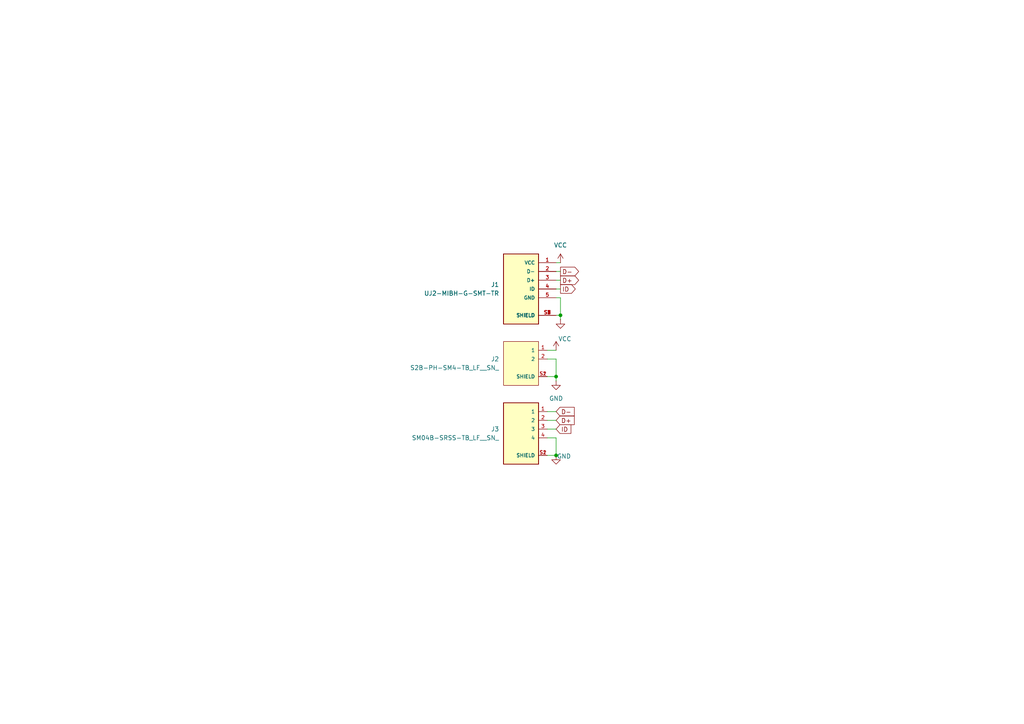
<source format=kicad_sch>
(kicad_sch (version 20231120) (generator "eeschema") (generator_version "8.0")
  (paper "A4")
  (title_block (title "MicroUSB2JST") (date "2025-02-08") (rev "1.0") (company "AvelTek"))
  (lib_symbols
    (symbol "S2B-PH-SM4-TB_LF__SN_:S2B-PH-SM4-TB_LF__SN_" (pin_names (offset 1.016))
      (property "Reference" "J" (at -5.0829 5.5957 0))
      (property "Value" "S2B-PH-SM4-TB_LF__SN_" (at -5.0881 -9.4227 0))
      (symbol "S2B-PH-SM4-TB_LF__SN__0_0"
        (rectangle (start -5.08 -7.62) (end 5.08 5.08) (stroke (width 0.1524)) (fill (type background)))
        (pin passive line (at -7.62 2.54 0) (length 2.54) (name "1") (number "1"))
        (pin passive line (at -7.62 0 0) (length 2.54) (name "2") (number "2"))
        (pin passive line (at -7.62 -5.08 0) (length 2.54) (name "SHIELD") (number "S1"))
        (pin passive line (at -7.62 -5.08 0) (length 2.54) (name "SHIELD") (number "S2"))
      )
    )
    (symbol "SM04B-SRSS-TB_LF__SN_:SM04B-SRSS-TB_LF__SN_" (pin_names (offset 1.016))
      (property "Reference" "J" (at -5.0831 8.1433 0))
      (property "Value" "SM04B-SRSS-TB_LF__SN_" (at -5.0835 -11.9557 0))
      (symbol "SM04B-SRSS-TB_LF__SN__0_0"
        (rectangle (start -5.08 -10.16) (end 5.08 7.62) (stroke (width 0.254)) (fill (type background)))
        (pin passive line (at -7.62 5.08 0) (length 2.54) (name "1") (number "1"))
        (pin passive line (at -7.62 2.54 0) (length 2.54) (name "2") (number "2"))
        (pin passive line (at -7.62 0 0) (length 2.54) (name "3") (number "3"))
        (pin passive line (at -7.62 -2.54 0) (length 2.54) (name "4") (number "4"))
        (pin passive line (at -7.62 -7.62 0) (length 2.54) (name "SHIELD") (number "S1"))
        (pin passive line (at -7.62 -7.62 0) (length 2.54) (name "SHIELD") (number "S2"))
      )
    )
    (symbol "UJ2-MIBH-G-SMT-TR:UJ2-MIBH-G-SMT-TR" (pin_names (offset 1.016))
      (property "Reference" "J" (at -5.08 11.43 0))
      (property "Value" "UJ2-MIBH-G-SMT-TR" (at -5.08 -12.7 0))
      (symbol "UJ2-MIBH-G-SMT-TR_0_0"
        (rectangle (start -5.08 -10.16) (end 5.08 10.16) (stroke (width 0.254)) (fill (type background)))
        (pin power_in line (at -10.16 7.62 0) (length 5.08) (name "VCC") (number "1"))
        (pin bidirectional line (at -10.16 5.08 0) (length 5.08) (name "D-") (number "2"))
        (pin bidirectional line (at -10.16 2.54 0) (length 5.08) (name "D+") (number "3"))
        (pin bidirectional line (at -10.16 0 0) (length 5.08) (name "ID") (number "4"))
        (pin power_in line (at -10.16 -2.54 0) (length 5.08) (name "GND") (number "5"))
        (pin passive line (at -10.16 -7.62 0) (length 5.08) (name "SHIELD") (number "S1"))
        (pin passive line (at -10.16 -7.62 0) (length 5.08) (name "SHIELD") (number "S2"))
        (pin passive line (at -10.16 -7.62 0) (length 5.08) (name "SHIELD") (number "S3"))
        (pin passive line (at -10.16 -7.62 0) (length 5.08) (name "SHIELD") (number "S4"))
      )
    )
    (symbol "power:GND" (power) (pin_numbers hide) (pin_names (offset 0) hide)
      (property "Value" "GND" (at 0 -3.81 0))
      (symbol "GND_0_1"
        (polyline (pts (xy 0 0) (xy 0 -1.27) (xy 1.27 -1.27) (xy 0 -2.54) (xy -1.27 -1.27) (xy 0 -1.27)))
      )
      (symbol "GND_1_1"
        (pin power_in line (at 0 0 270) (length 0) (name "~") (number "1"))
      )
    )
    (symbol "power:VCC" (power) (pin_numbers hide) (pin_names (offset 0) hide)
      (property "Value" "VCC" (at 0 3.556 0))
      (symbol "VCC_0_1"
        (polyline (pts (xy -0.762 1.27) (xy 0 2.54)))
        (polyline (pts (xy 0 0) (xy 0 2.54)))
        (polyline (pts (xy 0 2.54) (xy 0.762 1.27)))
      )
      (symbol "VCC_1_1"
        (pin power_in line (at 0 0 90) (length 0) (name "~") (number "1"))
      )
    )
  )
  (junction (at 162.56 91.44))
  (junction (at 161.29 109.22))
  (junction (at 161.29 132.08))
  (wire (pts (xy 158.75 124.46) (xy 161.29 124.46)))
  (wire (pts (xy 162.56 83.82) (xy 161.29 83.82)))
  (wire (pts (xy 158.75 119.38) (xy 161.29 119.38)))
  (wire (pts (xy 158.75 132.08) (xy 161.29 132.08)))
  (wire (pts (xy 161.29 127) (xy 161.29 132.08)))
  (wire (pts (xy 162.56 92.71) (xy 162.56 91.44)))
  (wire (pts (xy 162.56 81.28) (xy 161.29 81.28)))
  (wire (pts (xy 162.56 86.36) (xy 161.29 86.36)))
  (wire (pts (xy 161.29 91.44) (xy 162.56 91.44)))
  (wire (pts (xy 161.29 109.22) (xy 161.29 110.49)))
  (wire (pts (xy 162.56 76.2) (xy 161.29 76.2)))
  (wire (pts (xy 162.56 78.74) (xy 161.29 78.74)))
  (wire (pts (xy 162.56 91.44) (xy 162.56 86.36)))
  (wire (pts (xy 161.29 104.14) (xy 161.29 109.22)))
  (wire (pts (xy 158.75 127) (xy 161.29 127)))
  (wire (pts (xy 158.75 101.6) (xy 161.29 101.6)))
  (wire (pts (xy 158.75 104.14) (xy 161.29 104.14)))
  (wire (pts (xy 158.75 121.92) (xy 161.29 121.92)))
  (wire (pts (xy 158.75 109.22) (xy 161.29 109.22)))
  (global_label "D+" (shape output) (at 162.56 81.28 0) (property "Intersheetrefs" "${INTERSHEET_REFS}" (effects (hide yes))))
  (global_label "D-" (shape input) (at 161.29 119.38 0) (property "Intersheetrefs" "${INTERSHEET_REFS}" (effects (hide yes))))
  (global_label "D-" (shape output) (at 162.56 78.74 0) (property "Intersheetrefs" "${INTERSHEET_REFS}" (effects (hide yes))))
  (global_label "ID" (shape output) (at 162.56 83.82 0) (property "Intersheetrefs" "${INTERSHEET_REFS}" (effects (hide yes))))
  (global_label "D+" (shape input) (at 161.29 121.92 0) (property "Intersheetrefs" "${INTERSHEET_REFS}" (effects (hide yes))))
  (global_label "ID" (shape input) (at 161.29 124.46 0) (property "Intersheetrefs" "${INTERSHEET_REFS}" (effects (hide yes))))
  (symbol (lib_id "SM04B-SRSS-TB_LF__SN_:SM04B-SRSS-TB_LF__SN_") (at 151.13 124.46 0) (mirror y) (unit 1)
    (property "Reference" "J3" (at 144.78 124.4599 0) (effects (justify left)))
    (property "Value" "SM04B-SRSS-TB_LF__SN_" (at 144.78 126.9999 0) (effects (justify left)))
    (property "Footprint" "footprints:JST_SM04B-SRSS-TB_LF__SN_" (effects (hide yes)))
    (property "MF" "JST Sales" (effects (hide yes)))
    (property "Description_1" "\n                        \n                            Connector Header Surface Mount, Right Angle 4 position 0.039 (1.00mm)\n                        \n" (effects (hide yes)))
    (property "Package" "None" (effects (hide yes)))
    (property "Price" "None" (effects (hide yes)))
    (property "Check_prices" "https://www.snapeda.com/parts/SM04B-SRSS-TB%20(LF)(SN)/JST/view-part/?ref=eda" (effects (hide yes)))
    (property "STANDARD" "Manufacturer recommendations" (effects (hide yes)))
    (property "SnapEDA_Link" "https://www.snapeda.com/parts/SM04B-SRSS-TB%20(LF)(SN)/JST/view-part/?ref=snap" (effects (hide yes)))
    (property "MP" "SM04B-SRSS-TB (LF)(SN)" (effects (hide yes)))
    (property "Availability" "In Stock" (effects (hide yes)))
    (property "MANUFACTURER" "JST" (effects (hide yes)))
  )
  (symbol (lib_id "power:GND") (at 161.29 132.08 0) (unit 1)
    (property "Reference" "#PWR05" (effects (hide yes)))
    (property "Value" "GND" (at 163.576 132.334 0))
    (property "Description" "Power symbol creates a global label with name \"GND\" , ground" (effects (hide yes)))
  )
  (symbol (lib_id "UJ2-MIBH-G-SMT-TR:UJ2-MIBH-G-SMT-TR") (at 151.13 83.82 0) (mirror y) (unit 1)
    (property "Reference" "J1" (at 144.78 82.5499 0) (effects (justify left)))
    (property "Value" "UJ2-MIBH-G-SMT-TR" (at 144.78 85.0899 0) (effects (justify left)))
    (property "Footprint" "footprints:CUI_UJ2-MIBH-G-SMT-TR" (effects (hide yes)))
    (property "MF" "Same Sky" (effects (hide yes)))
    (property "MAXIMUM_PACKAGE_HEIGHT" "2.95 mm" (effects (hide yes)))
    (property "Package" "None" (effects (hide yes)))
    (property "Price" "None" (effects (hide yes)))
    (property "Check_prices" "https://www.snapeda.com/parts/UJ2-MIBH-G-SMT-TR/Same+Sky/view-part/?ref=eda" (effects (hide yes)))
    (property "STANDARD" "Manufacturer Recommendations" (effects (hide yes)))
    (property "PARTREV" "1.0" (effects (hide yes)))
    (property "SnapEDA_Link" "https://www.snapeda.com/parts/UJ2-MIBH-G-SMT-TR/Same+Sky/view-part/?ref=snap" (effects (hide yes)))
    (property "MP" "UJ2-MIBH-G-SMT-TR" (effects (hide yes)))
    (property "Description_1" "\n                        \n                            Micro B, USB 2.0, 480 Mbps, 5 Vdc, 1.8 A, Right Angle, Surface Mount, Black Insulator, USB Receptacle\n                        \n" (effects (hide yes)))
    (property "Availability" "In Stock" (effects (hide yes)))
    (property "MANUFACTURER" "CUI" (effects (hide yes)))
  )
  (symbol (lib_id "power:VCC") (at 162.56 76.2 0) (unit 1)
    (property "Reference" "#PWR01" (effects (hide yes)))
    (property "Value" "VCC" (at 162.56 71.12 0))
    (property "Description" "Power symbol creates a global label with name \"VCC\"" (effects (hide yes)))
  )
  (symbol (lib_id "power:GND") (at 162.56 92.71 0) (unit 1)
    (property "Reference" "#PWR02" (effects (hide yes)))
    (property "Value" "GND" (effects (hide yes)))
    (property "Description" "Power symbol creates a global label with name \"GND\" , ground" (effects (hide yes)))
  )
  (symbol (lib_id "power:VCC") (at 161.29 101.6 0) (unit 1)
    (property "Reference" "#PWR03" (effects (hide yes)))
    (property "Value" "VCC" (at 163.83 98.298 0))
    (property "Description" "Power symbol creates a global label with name \"VCC\"" (effects (hide yes)))
  )
  (symbol (lib_id "S2B-PH-SM4-TB_LF__SN_:S2B-PH-SM4-TB_LF__SN_") (at 151.13 104.14 0) (mirror y) (unit 1)
    (property "Reference" "J2" (at 144.78 104.1399 0) (effects (justify left)))
    (property "Value" "S2B-PH-SM4-TB_LF__SN_" (at 144.78 106.6799 0) (effects (justify left)))
    (property "Footprint" "footprints:JST_S2B-PH-SM4-TB_LF__SN_" (effects (hide yes)))
    (property "MF" "JST Sales" (effects (hide yes)))
    (property "Description_1" "\n                        \n                            Connector Header Surface Mount, Right Angle 2 position 0.079 (2.00mm)\n                        \n" (effects (hide yes)))
    (property "Package" "None" (effects (hide yes)))
    (property "Price" "None" (effects (hide yes)))
    (property "Check_prices" "https://www.snapeda.com/parts/S2B-PH-SM4-TB(LF)(SN)/JST/view-part/?ref=eda" (effects (hide yes)))
    (property "STANDARD" "Manufacturer Recommendation" (effects (hide yes)))
    (property "SnapEDA_Link" "https://www.snapeda.com/parts/S2B-PH-SM4-TB(LF)(SN)/JST/view-part/?ref=snap" (effects (hide yes)))
    (property "MP" "S2B-PH-SM4-TB(LF)(SN)" (effects (hide yes)))
    (property "Availability" "In Stock" (effects (hide yes)))
    (property "MANUFACTURER" "JST" (effects (hide yes)))
  )
  (symbol (lib_id "power:GND") (at 161.29 110.49 0) (unit 1)
    (property "Reference" "#PWR04" (effects (hide yes)))
    (property "Value" "GND" (at 161.29 115.57 0))
    (property "Description" "Power symbol creates a global label with name \"GND\" , ground" (effects (hide yes)))
  )
)
</source>
